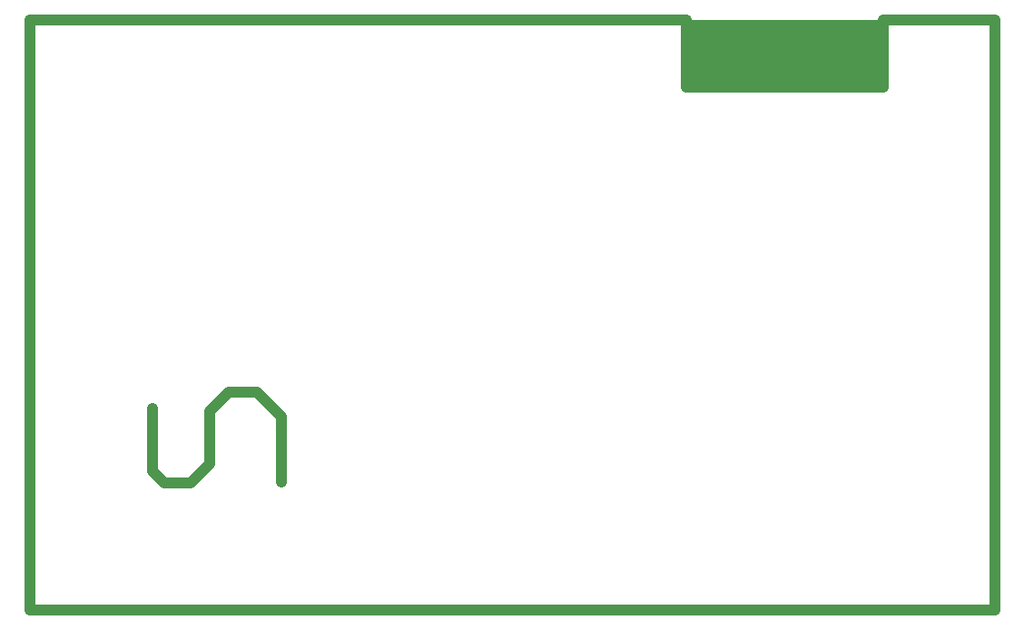
<source format=gko>
G04*
G04 #@! TF.GenerationSoftware,Altium Limited,Altium Designer,21.0.8 (223)*
G04*
G04 Layer_Color=16711935*
%FSTAX25Y25*%
%MOIN*%
G70*
G04*
G04 #@! TF.SameCoordinates,ACC495E8-7B1D-45BE-8A89-05A210FF911E*
G04*
G04*
G04 #@! TF.FilePolarity,Positive*
G04*
G01*
G75*
%ADD96C,0.03937*%
G36*
X0412646Y0311437D02*
X0341779D01*
Y033624D01*
X0412646D01*
Y0311437D01*
D02*
G37*
D96*
X01925Y0166685D02*
Y0190685D01*
X01835Y0199685D02*
X01925Y0190685D01*
X0173Y0199685D02*
X01835D01*
X0166Y0192685D02*
X0173Y0199685D01*
X0166Y0173185D02*
Y0192685D01*
X0159Y0166185D02*
X0166Y0173185D01*
X01495Y0166185D02*
X0159D01*
X0145Y0170685D02*
X01495Y0166185D01*
X0145Y0170685D02*
Y0193685D01*
X0340965Y0311685D02*
X03655D01*
X0340965D02*
Y0336221D01*
X0413535Y0311685D02*
Y0336221D01*
X0389Y0311685D02*
X0413535D01*
X01Y0336221D02*
X0340965D01*
X03655Y0311685D02*
X0389D01*
X0413535Y0336221D02*
X0454331D01*
X01Y0119685D02*
X0454331D01*
X0454331Y0336221D02*
X0454331Y0119685D01*
X01D02*
Y0336221D01*
M02*

</source>
